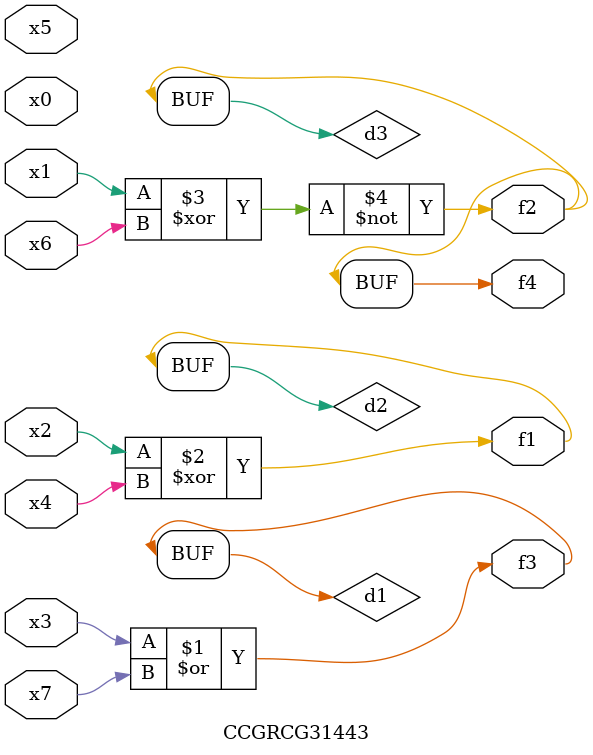
<source format=v>
module CCGRCG31443(
	input x0, x1, x2, x3, x4, x5, x6, x7,
	output f1, f2, f3, f4
);

	wire d1, d2, d3;

	or (d1, x3, x7);
	xor (d2, x2, x4);
	xnor (d3, x1, x6);
	assign f1 = d2;
	assign f2 = d3;
	assign f3 = d1;
	assign f4 = d3;
endmodule

</source>
